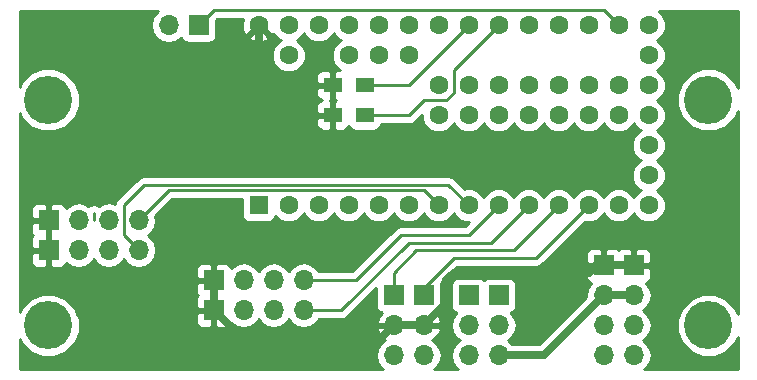
<source format=gtl>
G04 #@! TF.FileFunction,Copper,L1,Top,Signal*
%FSLAX46Y46*%
G04 Gerber Fmt 4.6, Leading zero omitted, Abs format (unit mm)*
G04 Created by KiCad (PCBNEW 4.0.6) date Wednesday, September 13, 2017 'PMt' 06:10:32 PM*
%MOMM*%
%LPD*%
G01*
G04 APERTURE LIST*
%ADD10C,0.100000*%
%ADD11C,4.064000*%
%ADD12R,1.700000X1.700000*%
%ADD13O,1.700000X1.700000*%
%ADD14R,1.500000X1.300000*%
%ADD15C,1.600000*%
%ADD16R,1.600000X1.600000*%
%ADD17C,0.250000*%
%ADD18C,0.700000*%
%ADD19C,0.254000*%
G04 APERTURE END LIST*
D10*
D11*
X53300000Y-53300000D03*
D12*
X53340000Y-63500000D03*
D13*
X55880000Y-63500000D03*
X58420000Y-63500000D03*
X60960000Y-63500000D03*
D12*
X53340000Y-66040000D03*
D13*
X55880000Y-66040000D03*
X58420000Y-66040000D03*
X60960000Y-66040000D03*
D12*
X67310000Y-68580000D03*
D13*
X69850000Y-68580000D03*
X72390000Y-68580000D03*
X74930000Y-68580000D03*
D12*
X67310000Y-71120000D03*
D13*
X69850000Y-71120000D03*
X72390000Y-71120000D03*
X74930000Y-71120000D03*
D12*
X102870000Y-67310000D03*
D13*
X102870000Y-69850000D03*
X102870000Y-72390000D03*
X102870000Y-74930000D03*
D12*
X100330000Y-67310000D03*
D13*
X100330000Y-69850000D03*
X100330000Y-72390000D03*
X100330000Y-74930000D03*
D12*
X66040000Y-46990000D03*
D13*
X63500000Y-46990000D03*
D12*
X88900000Y-69850000D03*
D13*
X88900000Y-72390000D03*
X88900000Y-74930000D03*
D12*
X91440000Y-69850000D03*
D13*
X91440000Y-72390000D03*
X91440000Y-74930000D03*
D14*
X77390000Y-52070000D03*
X80090000Y-52070000D03*
X77390000Y-54610000D03*
X80090000Y-54610000D03*
D15*
X104140000Y-54610000D03*
X104140000Y-52070000D03*
X104140000Y-49530000D03*
X104140000Y-46990000D03*
X104140000Y-57150000D03*
X104140000Y-59690000D03*
X104140000Y-62230000D03*
X101600000Y-46990000D03*
X99060000Y-46990000D03*
X96520000Y-46990000D03*
X93980000Y-46990000D03*
X91440000Y-46990000D03*
X88900000Y-46990000D03*
X86360000Y-46990000D03*
X83820000Y-46990000D03*
X81280000Y-46990000D03*
X78740000Y-46990000D03*
X76200000Y-46990000D03*
X73660000Y-46990000D03*
X71120000Y-46990000D03*
X73660000Y-49530000D03*
X78740000Y-49530000D03*
X81280000Y-49530000D03*
X83820000Y-49530000D03*
X101600000Y-62230000D03*
X99060000Y-62230000D03*
X96520000Y-62230000D03*
X93980000Y-62230000D03*
X91440000Y-62230000D03*
X88900000Y-62230000D03*
X86360000Y-62230000D03*
X83820000Y-62230000D03*
X81280000Y-62230000D03*
X78740000Y-62230000D03*
X76200000Y-62230000D03*
X73660000Y-62230000D03*
D16*
X71120000Y-62230000D03*
D15*
X86360000Y-54610000D03*
X88900000Y-54610000D03*
X91440000Y-54610000D03*
X93980000Y-54610000D03*
X96520000Y-54610000D03*
X99060000Y-54610000D03*
X101600000Y-54610000D03*
X101600000Y-52070000D03*
X99060000Y-52070000D03*
X96520000Y-52070000D03*
X93980000Y-52070000D03*
X91440000Y-52070000D03*
X88900000Y-52070000D03*
X86360000Y-52070000D03*
D11*
X109200000Y-53300000D03*
X53300000Y-72400000D03*
X109200000Y-72400000D03*
D12*
X82550000Y-69850000D03*
D13*
X82550000Y-72390000D03*
X82550000Y-74930000D03*
D12*
X85090000Y-69850000D03*
D13*
X85090000Y-72390000D03*
X85090000Y-74930000D03*
D17*
X57150000Y-63500000D02*
X57150000Y-62865000D01*
D18*
X100330000Y-67310000D02*
X99695000Y-67310000D01*
X99695000Y-67310000D02*
X99060000Y-67945000D01*
X86995000Y-70485000D02*
X85090000Y-72390000D01*
X86995000Y-68580000D02*
X86995000Y-70485000D01*
X87630000Y-67945000D02*
X86995000Y-68580000D01*
X99060000Y-67945000D02*
X87630000Y-67945000D01*
X85090000Y-72390000D02*
X82550000Y-72390000D01*
X82550000Y-72390000D02*
X81280000Y-73660000D01*
X69850000Y-73660000D02*
X67310000Y-71120000D01*
X81280000Y-73660000D02*
X69850000Y-73660000D01*
X67310000Y-71120000D02*
X67310000Y-68580000D01*
X71120000Y-49530000D02*
X71120000Y-46990000D01*
D17*
X77390000Y-52070000D02*
X77390000Y-54610000D01*
X77390000Y-52070000D02*
X73660000Y-52070000D01*
X73660000Y-52070000D02*
X71120000Y-49530000D01*
D18*
X100330000Y-67310000D02*
X102870000Y-67310000D01*
X91440000Y-74930000D02*
X95250000Y-74930000D01*
X95250000Y-74930000D02*
X100330000Y-69850000D01*
X100330000Y-69850000D02*
X102870000Y-69850000D01*
D17*
X80090000Y-52070000D02*
X83820000Y-52070000D01*
X83820000Y-52070000D02*
X88900000Y-46990000D01*
X80090000Y-54610000D02*
X83820000Y-54610000D01*
X87630000Y-50800000D02*
X91440000Y-46990000D01*
X87630000Y-52705000D02*
X87630000Y-50800000D01*
X86995000Y-53340000D02*
X87630000Y-52705000D01*
X85090000Y-53340000D02*
X86995000Y-53340000D01*
X83820000Y-54610000D02*
X85090000Y-53340000D01*
X66040000Y-46990000D02*
X67310000Y-45720000D01*
X100330000Y-45720000D02*
X101600000Y-46990000D01*
X67310000Y-45720000D02*
X100330000Y-45720000D01*
X60960000Y-63500000D02*
X63500000Y-60960000D01*
X85090000Y-60960000D02*
X86360000Y-62230000D01*
X63500000Y-60960000D02*
X85090000Y-60960000D01*
X60960000Y-66040000D02*
X59690000Y-64770000D01*
X87179998Y-60509998D02*
X88900000Y-62230000D01*
X61410002Y-60509998D02*
X87179998Y-60509998D01*
X59690000Y-62230000D02*
X61410002Y-60509998D01*
X59690000Y-64770000D02*
X59690000Y-62230000D01*
X74930000Y-68580000D02*
X79375000Y-68580000D01*
X88900000Y-64770000D02*
X91440000Y-62230000D01*
X83185000Y-64770000D02*
X88900000Y-64770000D01*
X79375000Y-68580000D02*
X83185000Y-64770000D01*
X93980000Y-62230000D02*
X90805000Y-65405000D01*
X78105000Y-71120000D02*
X83820000Y-65405000D01*
X83820000Y-65405000D02*
X90805000Y-65405000D01*
X78105000Y-71120000D02*
X74930000Y-71120000D01*
X82550000Y-69850000D02*
X82550000Y-67945000D01*
X92710000Y-66040000D02*
X96520000Y-62230000D01*
X84455000Y-66040000D02*
X92710000Y-66040000D01*
X82550000Y-67945000D02*
X84455000Y-66040000D01*
X85090000Y-69850000D02*
X85090000Y-69215000D01*
X85090000Y-69215000D02*
X87630000Y-66675000D01*
X87630000Y-66675000D02*
X94615000Y-66675000D01*
X94615000Y-66675000D02*
X99060000Y-62230000D01*
D19*
G36*
X62449946Y-45910853D02*
X62128039Y-46392622D01*
X62015000Y-46960907D01*
X62015000Y-47019093D01*
X62128039Y-47587378D01*
X62449946Y-48069147D01*
X62931715Y-48391054D01*
X63500000Y-48504093D01*
X64068285Y-48391054D01*
X64550054Y-48069147D01*
X64577850Y-48027548D01*
X64586838Y-48075317D01*
X64725910Y-48291441D01*
X64938110Y-48436431D01*
X65190000Y-48487440D01*
X66890000Y-48487440D01*
X67125317Y-48443162D01*
X67341441Y-48304090D01*
X67486431Y-48091890D01*
X67505495Y-47997745D01*
X70291861Y-47997745D01*
X70365995Y-48243864D01*
X70903223Y-48436965D01*
X71473454Y-48409778D01*
X71874005Y-48243864D01*
X71948139Y-47997745D01*
X71120000Y-47169605D01*
X70291861Y-47997745D01*
X67505495Y-47997745D01*
X67537440Y-47840000D01*
X67537440Y-46567362D01*
X67624802Y-46480000D01*
X69778431Y-46480000D01*
X69673035Y-46773223D01*
X69700222Y-47343454D01*
X69866136Y-47744005D01*
X70112255Y-47818139D01*
X70940395Y-46990000D01*
X70926252Y-46975858D01*
X71105858Y-46796253D01*
X71120000Y-46810395D01*
X71134143Y-46796253D01*
X71313748Y-46975858D01*
X71299605Y-46990000D01*
X72127745Y-47818139D01*
X72373864Y-47744005D01*
X72394805Y-47685746D01*
X72442757Y-47801800D01*
X72846077Y-48205824D01*
X72976215Y-48259862D01*
X72848200Y-48312757D01*
X72444176Y-48716077D01*
X72225250Y-49243309D01*
X72224752Y-49814187D01*
X72442757Y-50341800D01*
X72846077Y-50745824D01*
X73373309Y-50964750D01*
X73944187Y-50965248D01*
X74471800Y-50747243D01*
X74875824Y-50343923D01*
X75094750Y-49816691D01*
X75095248Y-49245813D01*
X74877243Y-48718200D01*
X74473923Y-48314176D01*
X74343785Y-48260138D01*
X74471800Y-48207243D01*
X74875824Y-47803923D01*
X74929862Y-47673785D01*
X74982757Y-47801800D01*
X75386077Y-48205824D01*
X75913309Y-48424750D01*
X76484187Y-48425248D01*
X77011800Y-48207243D01*
X77415824Y-47803923D01*
X77469862Y-47673785D01*
X77522757Y-47801800D01*
X77926077Y-48205824D01*
X78056215Y-48259862D01*
X77928200Y-48312757D01*
X77524176Y-48716077D01*
X77305250Y-49243309D01*
X77304752Y-49814187D01*
X77522757Y-50341800D01*
X77926077Y-50745824D01*
X78020423Y-50785000D01*
X77675750Y-50785000D01*
X77517000Y-50943750D01*
X77517000Y-51943000D01*
X77537000Y-51943000D01*
X77537000Y-52197000D01*
X77517000Y-52197000D01*
X77517000Y-53196250D01*
X77660750Y-53340000D01*
X77517000Y-53483750D01*
X77517000Y-54483000D01*
X77537000Y-54483000D01*
X77537000Y-54737000D01*
X77517000Y-54737000D01*
X77517000Y-55736250D01*
X77675750Y-55895000D01*
X78266309Y-55895000D01*
X78499698Y-55798327D01*
X78678327Y-55619699D01*
X78734654Y-55483713D01*
X78736838Y-55495317D01*
X78875910Y-55711441D01*
X79088110Y-55856431D01*
X79340000Y-55907440D01*
X80840000Y-55907440D01*
X81075317Y-55863162D01*
X81291441Y-55724090D01*
X81436431Y-55511890D01*
X81465164Y-55370000D01*
X83820000Y-55370000D01*
X84110839Y-55312148D01*
X84357401Y-55147401D01*
X84925026Y-54579776D01*
X84924752Y-54894187D01*
X85142757Y-55421800D01*
X85546077Y-55825824D01*
X86073309Y-56044750D01*
X86644187Y-56045248D01*
X87171800Y-55827243D01*
X87575824Y-55423923D01*
X87629862Y-55293785D01*
X87682757Y-55421800D01*
X88086077Y-55825824D01*
X88613309Y-56044750D01*
X89184187Y-56045248D01*
X89711800Y-55827243D01*
X90115824Y-55423923D01*
X90169862Y-55293785D01*
X90222757Y-55421800D01*
X90626077Y-55825824D01*
X91153309Y-56044750D01*
X91724187Y-56045248D01*
X92251800Y-55827243D01*
X92655824Y-55423923D01*
X92709862Y-55293785D01*
X92762757Y-55421800D01*
X93166077Y-55825824D01*
X93693309Y-56044750D01*
X94264187Y-56045248D01*
X94791800Y-55827243D01*
X95195824Y-55423923D01*
X95249862Y-55293785D01*
X95302757Y-55421800D01*
X95706077Y-55825824D01*
X96233309Y-56044750D01*
X96804187Y-56045248D01*
X97331800Y-55827243D01*
X97735824Y-55423923D01*
X97789862Y-55293785D01*
X97842757Y-55421800D01*
X98246077Y-55825824D01*
X98773309Y-56044750D01*
X99344187Y-56045248D01*
X99871800Y-55827243D01*
X100275824Y-55423923D01*
X100329862Y-55293785D01*
X100382757Y-55421800D01*
X100786077Y-55825824D01*
X101313309Y-56044750D01*
X101884187Y-56045248D01*
X102411800Y-55827243D01*
X102815824Y-55423923D01*
X102869862Y-55293785D01*
X102922757Y-55421800D01*
X103326077Y-55825824D01*
X103456215Y-55879862D01*
X103328200Y-55932757D01*
X102924176Y-56336077D01*
X102705250Y-56863309D01*
X102704752Y-57434187D01*
X102922757Y-57961800D01*
X103326077Y-58365824D01*
X103456215Y-58419862D01*
X103328200Y-58472757D01*
X102924176Y-58876077D01*
X102705250Y-59403309D01*
X102704752Y-59974187D01*
X102922757Y-60501800D01*
X103326077Y-60905824D01*
X103456215Y-60959862D01*
X103328200Y-61012757D01*
X102924176Y-61416077D01*
X102870138Y-61546215D01*
X102817243Y-61418200D01*
X102413923Y-61014176D01*
X101886691Y-60795250D01*
X101315813Y-60794752D01*
X100788200Y-61012757D01*
X100384176Y-61416077D01*
X100330138Y-61546215D01*
X100277243Y-61418200D01*
X99873923Y-61014176D01*
X99346691Y-60795250D01*
X98775813Y-60794752D01*
X98248200Y-61012757D01*
X97844176Y-61416077D01*
X97790138Y-61546215D01*
X97737243Y-61418200D01*
X97333923Y-61014176D01*
X96806691Y-60795250D01*
X96235813Y-60794752D01*
X95708200Y-61012757D01*
X95304176Y-61416077D01*
X95250138Y-61546215D01*
X95197243Y-61418200D01*
X94793923Y-61014176D01*
X94266691Y-60795250D01*
X93695813Y-60794752D01*
X93168200Y-61012757D01*
X92764176Y-61416077D01*
X92710138Y-61546215D01*
X92657243Y-61418200D01*
X92253923Y-61014176D01*
X91726691Y-60795250D01*
X91155813Y-60794752D01*
X90628200Y-61012757D01*
X90224176Y-61416077D01*
X90170138Y-61546215D01*
X90117243Y-61418200D01*
X89713923Y-61014176D01*
X89186691Y-60795250D01*
X88615813Y-60794752D01*
X88561851Y-60817049D01*
X87717399Y-59972597D01*
X87470837Y-59807850D01*
X87179998Y-59749998D01*
X61410002Y-59749998D01*
X61119163Y-59807850D01*
X60872601Y-59972597D01*
X59152599Y-61692599D01*
X58987852Y-61939161D01*
X58957295Y-62092782D01*
X58420000Y-61985907D01*
X57851715Y-62098946D01*
X57598456Y-62268168D01*
X57440839Y-62162852D01*
X57150000Y-62105000D01*
X56859161Y-62162852D01*
X56701544Y-62268168D01*
X56448285Y-62098946D01*
X55880000Y-61985907D01*
X55311715Y-62098946D01*
X54829946Y-62420853D01*
X54800597Y-62464777D01*
X54728327Y-62290302D01*
X54549699Y-62111673D01*
X54316310Y-62015000D01*
X53625750Y-62015000D01*
X53467000Y-62173750D01*
X53467000Y-63373000D01*
X53487000Y-63373000D01*
X53487000Y-63627000D01*
X53467000Y-63627000D01*
X53467000Y-65913000D01*
X53487000Y-65913000D01*
X53487000Y-66167000D01*
X53467000Y-66167000D01*
X53467000Y-67366250D01*
X53625750Y-67525000D01*
X54316310Y-67525000D01*
X54549699Y-67428327D01*
X54728327Y-67249698D01*
X54800597Y-67075223D01*
X54829946Y-67119147D01*
X55311715Y-67441054D01*
X55880000Y-67554093D01*
X56448285Y-67441054D01*
X56930054Y-67119147D01*
X57150000Y-66789974D01*
X57369946Y-67119147D01*
X57851715Y-67441054D01*
X58420000Y-67554093D01*
X58988285Y-67441054D01*
X59470054Y-67119147D01*
X59690000Y-66789974D01*
X59909946Y-67119147D01*
X60391715Y-67441054D01*
X60960000Y-67554093D01*
X61528285Y-67441054D01*
X62010054Y-67119147D01*
X62331961Y-66637378D01*
X62445000Y-66069093D01*
X62445000Y-66010907D01*
X62331961Y-65442622D01*
X62010054Y-64960853D01*
X61724422Y-64770000D01*
X62010054Y-64579147D01*
X62331961Y-64097378D01*
X62445000Y-63529093D01*
X62445000Y-63470907D01*
X62381771Y-63153031D01*
X63814802Y-61720000D01*
X69672560Y-61720000D01*
X69672560Y-63030000D01*
X69716838Y-63265317D01*
X69855910Y-63481441D01*
X70068110Y-63626431D01*
X70320000Y-63677440D01*
X71920000Y-63677440D01*
X72155317Y-63633162D01*
X72371441Y-63494090D01*
X72516431Y-63281890D01*
X72544426Y-63143646D01*
X72846077Y-63445824D01*
X73373309Y-63664750D01*
X73944187Y-63665248D01*
X74471800Y-63447243D01*
X74875824Y-63043923D01*
X74929862Y-62913785D01*
X74982757Y-63041800D01*
X75386077Y-63445824D01*
X75913309Y-63664750D01*
X76484187Y-63665248D01*
X77011800Y-63447243D01*
X77415824Y-63043923D01*
X77469862Y-62913785D01*
X77522757Y-63041800D01*
X77926077Y-63445824D01*
X78453309Y-63664750D01*
X79024187Y-63665248D01*
X79551800Y-63447243D01*
X79955824Y-63043923D01*
X80009862Y-62913785D01*
X80062757Y-63041800D01*
X80466077Y-63445824D01*
X80993309Y-63664750D01*
X81564187Y-63665248D01*
X82091800Y-63447243D01*
X82495824Y-63043923D01*
X82549862Y-62913785D01*
X82602757Y-63041800D01*
X83006077Y-63445824D01*
X83533309Y-63664750D01*
X84104187Y-63665248D01*
X84631800Y-63447243D01*
X85035824Y-63043923D01*
X85089862Y-62913785D01*
X85142757Y-63041800D01*
X85546077Y-63445824D01*
X86073309Y-63664750D01*
X86644187Y-63665248D01*
X87171800Y-63447243D01*
X87575824Y-63043923D01*
X87629862Y-62913785D01*
X87682757Y-63041800D01*
X88086077Y-63445824D01*
X88613309Y-63664750D01*
X88930172Y-63665026D01*
X88585198Y-64010000D01*
X83185000Y-64010000D01*
X82894161Y-64067852D01*
X82647599Y-64232599D01*
X79060198Y-67820000D01*
X76193301Y-67820000D01*
X75980054Y-67500853D01*
X75498285Y-67178946D01*
X74930000Y-67065907D01*
X74361715Y-67178946D01*
X73879946Y-67500853D01*
X73660000Y-67830026D01*
X73440054Y-67500853D01*
X72958285Y-67178946D01*
X72390000Y-67065907D01*
X71821715Y-67178946D01*
X71339946Y-67500853D01*
X71120000Y-67830026D01*
X70900054Y-67500853D01*
X70418285Y-67178946D01*
X69850000Y-67065907D01*
X69281715Y-67178946D01*
X68799946Y-67500853D01*
X68770597Y-67544777D01*
X68698327Y-67370302D01*
X68519699Y-67191673D01*
X68286310Y-67095000D01*
X67595750Y-67095000D01*
X67437000Y-67253750D01*
X67437000Y-68453000D01*
X67457000Y-68453000D01*
X67457000Y-68707000D01*
X67437000Y-68707000D01*
X67437000Y-70993000D01*
X67457000Y-70993000D01*
X67457000Y-71247000D01*
X67437000Y-71247000D01*
X67437000Y-72446250D01*
X67595750Y-72605000D01*
X68286310Y-72605000D01*
X68519699Y-72508327D01*
X68698327Y-72329698D01*
X68770597Y-72155223D01*
X68799946Y-72199147D01*
X69281715Y-72521054D01*
X69850000Y-72634093D01*
X70418285Y-72521054D01*
X70900054Y-72199147D01*
X71120000Y-71869974D01*
X71339946Y-72199147D01*
X71821715Y-72521054D01*
X72390000Y-72634093D01*
X72958285Y-72521054D01*
X73440054Y-72199147D01*
X73660000Y-71869974D01*
X73879946Y-72199147D01*
X74361715Y-72521054D01*
X74930000Y-72634093D01*
X75498285Y-72521054D01*
X75980054Y-72199147D01*
X76193301Y-71880000D01*
X78105000Y-71880000D01*
X78395839Y-71822148D01*
X78642401Y-71657401D01*
X81052560Y-69247242D01*
X81052560Y-70700000D01*
X81096838Y-70935317D01*
X81235910Y-71151441D01*
X81448110Y-71296431D01*
X81556107Y-71318301D01*
X81278355Y-71623076D01*
X81108524Y-72033110D01*
X81229845Y-72263000D01*
X82423000Y-72263000D01*
X82423000Y-72243000D01*
X82677000Y-72243000D01*
X82677000Y-72263000D01*
X84963000Y-72263000D01*
X84963000Y-72243000D01*
X85217000Y-72243000D01*
X85217000Y-72263000D01*
X86410155Y-72263000D01*
X86531476Y-72033110D01*
X86361645Y-71623076D01*
X86085499Y-71320063D01*
X86175317Y-71303162D01*
X86391441Y-71164090D01*
X86536431Y-70951890D01*
X86587440Y-70700000D01*
X86587440Y-69000000D01*
X86554557Y-68825245D01*
X87944802Y-67435000D01*
X94615000Y-67435000D01*
X94905839Y-67377148D01*
X95152401Y-67212401D01*
X96031112Y-66333690D01*
X98845000Y-66333690D01*
X98845000Y-67024250D01*
X99003750Y-67183000D01*
X100203000Y-67183000D01*
X100203000Y-65983750D01*
X100457000Y-65983750D01*
X100457000Y-67183000D01*
X102743000Y-67183000D01*
X102743000Y-65983750D01*
X102997000Y-65983750D01*
X102997000Y-67183000D01*
X104196250Y-67183000D01*
X104355000Y-67024250D01*
X104355000Y-66333690D01*
X104258327Y-66100301D01*
X104079698Y-65921673D01*
X103846309Y-65825000D01*
X103155750Y-65825000D01*
X102997000Y-65983750D01*
X102743000Y-65983750D01*
X102584250Y-65825000D01*
X101893691Y-65825000D01*
X101660302Y-65921673D01*
X101600000Y-65981975D01*
X101539698Y-65921673D01*
X101306309Y-65825000D01*
X100615750Y-65825000D01*
X100457000Y-65983750D01*
X100203000Y-65983750D01*
X100044250Y-65825000D01*
X99353691Y-65825000D01*
X99120302Y-65921673D01*
X98941673Y-66100301D01*
X98845000Y-66333690D01*
X96031112Y-66333690D01*
X98721546Y-63643256D01*
X98773309Y-63664750D01*
X99344187Y-63665248D01*
X99871800Y-63447243D01*
X100275824Y-63043923D01*
X100329862Y-62913785D01*
X100382757Y-63041800D01*
X100786077Y-63445824D01*
X101313309Y-63664750D01*
X101884187Y-63665248D01*
X102411800Y-63447243D01*
X102815824Y-63043923D01*
X102869862Y-62913785D01*
X102922757Y-63041800D01*
X103326077Y-63445824D01*
X103853309Y-63664750D01*
X104424187Y-63665248D01*
X104951800Y-63447243D01*
X105355824Y-63043923D01*
X105574750Y-62516691D01*
X105575248Y-61945813D01*
X105357243Y-61418200D01*
X104953923Y-61014176D01*
X104823785Y-60960138D01*
X104951800Y-60907243D01*
X105355824Y-60503923D01*
X105574750Y-59976691D01*
X105575248Y-59405813D01*
X105357243Y-58878200D01*
X104953923Y-58474176D01*
X104823785Y-58420138D01*
X104951800Y-58367243D01*
X105355824Y-57963923D01*
X105574750Y-57436691D01*
X105575248Y-56865813D01*
X105357243Y-56338200D01*
X104953923Y-55934176D01*
X104823785Y-55880138D01*
X104951800Y-55827243D01*
X105355824Y-55423923D01*
X105574750Y-54896691D01*
X105575248Y-54325813D01*
X105357243Y-53798200D01*
X104953923Y-53394176D01*
X104823785Y-53340138D01*
X104951800Y-53287243D01*
X105355824Y-52883923D01*
X105574750Y-52356691D01*
X105575248Y-51785813D01*
X105357243Y-51258200D01*
X104953923Y-50854176D01*
X104823785Y-50800138D01*
X104951800Y-50747243D01*
X105355824Y-50343923D01*
X105574750Y-49816691D01*
X105575248Y-49245813D01*
X105357243Y-48718200D01*
X104953923Y-48314176D01*
X104823785Y-48260138D01*
X104951800Y-48207243D01*
X105355824Y-47803923D01*
X105574750Y-47276691D01*
X105575248Y-46705813D01*
X105357243Y-46178200D01*
X104974711Y-45795000D01*
X111685000Y-45795000D01*
X111685000Y-52330236D01*
X111462291Y-51791239D01*
X110712707Y-51040345D01*
X109732827Y-50633464D01*
X108671828Y-50632538D01*
X107691239Y-51037709D01*
X106940345Y-51787293D01*
X106533464Y-52767173D01*
X106532538Y-53828172D01*
X106937709Y-54808761D01*
X107687293Y-55559655D01*
X108667173Y-55966536D01*
X109728172Y-55967462D01*
X110708761Y-55562291D01*
X111459655Y-54812707D01*
X111685000Y-54270015D01*
X111685000Y-71430236D01*
X111462291Y-70891239D01*
X110712707Y-70140345D01*
X109732827Y-69733464D01*
X108671828Y-69732538D01*
X107691239Y-70137709D01*
X106940345Y-70887293D01*
X106533464Y-71867173D01*
X106532538Y-72928172D01*
X106937709Y-73908761D01*
X107687293Y-74659655D01*
X108667173Y-75066536D01*
X109728172Y-75067462D01*
X110708761Y-74662291D01*
X111459655Y-73912707D01*
X111685000Y-73370015D01*
X111685000Y-76125000D01*
X103732219Y-76125000D01*
X103949147Y-75980054D01*
X104271054Y-75498285D01*
X104384093Y-74930000D01*
X104271054Y-74361715D01*
X103949147Y-73879946D01*
X103619974Y-73660000D01*
X103949147Y-73440054D01*
X104271054Y-72958285D01*
X104384093Y-72390000D01*
X104271054Y-71821715D01*
X103949147Y-71339946D01*
X103619974Y-71120000D01*
X103949147Y-70900054D01*
X104271054Y-70418285D01*
X104384093Y-69850000D01*
X104271054Y-69281715D01*
X103949147Y-68799946D01*
X103905223Y-68770597D01*
X104079698Y-68698327D01*
X104258327Y-68519699D01*
X104355000Y-68286310D01*
X104355000Y-67595750D01*
X104196250Y-67437000D01*
X102997000Y-67437000D01*
X102997000Y-67457000D01*
X102743000Y-67457000D01*
X102743000Y-67437000D01*
X100457000Y-67437000D01*
X100457000Y-67457000D01*
X100203000Y-67457000D01*
X100203000Y-67437000D01*
X99003750Y-67437000D01*
X98845000Y-67595750D01*
X98845000Y-68286310D01*
X98941673Y-68519699D01*
X99120302Y-68698327D01*
X99294777Y-68770597D01*
X99250853Y-68799946D01*
X98928946Y-69281715D01*
X98815907Y-69850000D01*
X98835998Y-69951002D01*
X94842000Y-73945000D01*
X92562615Y-73945000D01*
X92519147Y-73879946D01*
X92189974Y-73660000D01*
X92519147Y-73440054D01*
X92841054Y-72958285D01*
X92954093Y-72390000D01*
X92841054Y-71821715D01*
X92519147Y-71339946D01*
X92477548Y-71312150D01*
X92525317Y-71303162D01*
X92741441Y-71164090D01*
X92886431Y-70951890D01*
X92937440Y-70700000D01*
X92937440Y-69000000D01*
X92893162Y-68764683D01*
X92754090Y-68548559D01*
X92541890Y-68403569D01*
X92290000Y-68352560D01*
X90590000Y-68352560D01*
X90354683Y-68396838D01*
X90167923Y-68517015D01*
X90001890Y-68403569D01*
X89750000Y-68352560D01*
X88050000Y-68352560D01*
X87814683Y-68396838D01*
X87598559Y-68535910D01*
X87453569Y-68748110D01*
X87402560Y-69000000D01*
X87402560Y-70700000D01*
X87446838Y-70935317D01*
X87585910Y-71151441D01*
X87798110Y-71296431D01*
X87865541Y-71310086D01*
X87820853Y-71339946D01*
X87498946Y-71821715D01*
X87385907Y-72390000D01*
X87498946Y-72958285D01*
X87820853Y-73440054D01*
X88150026Y-73660000D01*
X87820853Y-73879946D01*
X87498946Y-74361715D01*
X87385907Y-74930000D01*
X87498946Y-75498285D01*
X87820853Y-75980054D01*
X88037781Y-76125000D01*
X85952219Y-76125000D01*
X86169147Y-75980054D01*
X86491054Y-75498285D01*
X86604093Y-74930000D01*
X86491054Y-74361715D01*
X86169147Y-73879946D01*
X85828447Y-73652298D01*
X85971358Y-73585183D01*
X86361645Y-73156924D01*
X86531476Y-72746890D01*
X86410155Y-72517000D01*
X85217000Y-72517000D01*
X85217000Y-72537000D01*
X84963000Y-72537000D01*
X84963000Y-72517000D01*
X82677000Y-72517000D01*
X82677000Y-72537000D01*
X82423000Y-72537000D01*
X82423000Y-72517000D01*
X81229845Y-72517000D01*
X81108524Y-72746890D01*
X81278355Y-73156924D01*
X81668642Y-73585183D01*
X81811553Y-73652298D01*
X81470853Y-73879946D01*
X81148946Y-74361715D01*
X81035907Y-74930000D01*
X81148946Y-75498285D01*
X81470853Y-75980054D01*
X81687781Y-76125000D01*
X50875000Y-76125000D01*
X50875000Y-73514975D01*
X51037709Y-73908761D01*
X51787293Y-74659655D01*
X52767173Y-75066536D01*
X53828172Y-75067462D01*
X54808761Y-74662291D01*
X55559655Y-73912707D01*
X55966536Y-72932827D01*
X55967462Y-71871828D01*
X55774883Y-71405750D01*
X65825000Y-71405750D01*
X65825000Y-72096309D01*
X65921673Y-72329698D01*
X66100301Y-72508327D01*
X66333690Y-72605000D01*
X67024250Y-72605000D01*
X67183000Y-72446250D01*
X67183000Y-71247000D01*
X65983750Y-71247000D01*
X65825000Y-71405750D01*
X55774883Y-71405750D01*
X55562291Y-70891239D01*
X54812707Y-70140345D01*
X53832827Y-69733464D01*
X52771828Y-69732538D01*
X51791239Y-70137709D01*
X51040345Y-70887293D01*
X50875000Y-71285489D01*
X50875000Y-68865750D01*
X65825000Y-68865750D01*
X65825000Y-69556309D01*
X65921673Y-69789698D01*
X65981975Y-69850000D01*
X65921673Y-69910302D01*
X65825000Y-70143691D01*
X65825000Y-70834250D01*
X65983750Y-70993000D01*
X67183000Y-70993000D01*
X67183000Y-68707000D01*
X65983750Y-68707000D01*
X65825000Y-68865750D01*
X50875000Y-68865750D01*
X50875000Y-67603691D01*
X65825000Y-67603691D01*
X65825000Y-68294250D01*
X65983750Y-68453000D01*
X67183000Y-68453000D01*
X67183000Y-67253750D01*
X67024250Y-67095000D01*
X66333690Y-67095000D01*
X66100301Y-67191673D01*
X65921673Y-67370302D01*
X65825000Y-67603691D01*
X50875000Y-67603691D01*
X50875000Y-66325750D01*
X51855000Y-66325750D01*
X51855000Y-67016309D01*
X51951673Y-67249698D01*
X52130301Y-67428327D01*
X52363690Y-67525000D01*
X53054250Y-67525000D01*
X53213000Y-67366250D01*
X53213000Y-66167000D01*
X52013750Y-66167000D01*
X51855000Y-66325750D01*
X50875000Y-66325750D01*
X50875000Y-63785750D01*
X51855000Y-63785750D01*
X51855000Y-64476309D01*
X51951673Y-64709698D01*
X52011975Y-64770000D01*
X51951673Y-64830302D01*
X51855000Y-65063691D01*
X51855000Y-65754250D01*
X52013750Y-65913000D01*
X53213000Y-65913000D01*
X53213000Y-63627000D01*
X52013750Y-63627000D01*
X51855000Y-63785750D01*
X50875000Y-63785750D01*
X50875000Y-62523691D01*
X51855000Y-62523691D01*
X51855000Y-63214250D01*
X52013750Y-63373000D01*
X53213000Y-63373000D01*
X53213000Y-62173750D01*
X53054250Y-62015000D01*
X52363690Y-62015000D01*
X52130301Y-62111673D01*
X51951673Y-62290302D01*
X51855000Y-62523691D01*
X50875000Y-62523691D01*
X50875000Y-54414975D01*
X51037709Y-54808761D01*
X51787293Y-55559655D01*
X52767173Y-55966536D01*
X53828172Y-55967462D01*
X54808761Y-55562291D01*
X55476466Y-54895750D01*
X76005000Y-54895750D01*
X76005000Y-55386310D01*
X76101673Y-55619699D01*
X76280302Y-55798327D01*
X76513691Y-55895000D01*
X77104250Y-55895000D01*
X77263000Y-55736250D01*
X77263000Y-54737000D01*
X76163750Y-54737000D01*
X76005000Y-54895750D01*
X55476466Y-54895750D01*
X55559655Y-54812707D01*
X55966536Y-53832827D01*
X55967462Y-52771828D01*
X55795543Y-52355750D01*
X76005000Y-52355750D01*
X76005000Y-52846310D01*
X76101673Y-53079699D01*
X76280302Y-53258327D01*
X76477478Y-53340000D01*
X76280302Y-53421673D01*
X76101673Y-53600301D01*
X76005000Y-53833690D01*
X76005000Y-54324250D01*
X76163750Y-54483000D01*
X77263000Y-54483000D01*
X77263000Y-53483750D01*
X77119250Y-53340000D01*
X77263000Y-53196250D01*
X77263000Y-52197000D01*
X76163750Y-52197000D01*
X76005000Y-52355750D01*
X55795543Y-52355750D01*
X55562291Y-51791239D01*
X55065611Y-51293690D01*
X76005000Y-51293690D01*
X76005000Y-51784250D01*
X76163750Y-51943000D01*
X77263000Y-51943000D01*
X77263000Y-50943750D01*
X77104250Y-50785000D01*
X76513691Y-50785000D01*
X76280302Y-50881673D01*
X76101673Y-51060301D01*
X76005000Y-51293690D01*
X55065611Y-51293690D01*
X54812707Y-51040345D01*
X53832827Y-50633464D01*
X52771828Y-50632538D01*
X51791239Y-51037709D01*
X51040345Y-51787293D01*
X50875000Y-52185489D01*
X50875000Y-45795000D01*
X62623333Y-45795000D01*
X62449946Y-45910853D01*
X62449946Y-45910853D01*
G37*
X62449946Y-45910853D02*
X62128039Y-46392622D01*
X62015000Y-46960907D01*
X62015000Y-47019093D01*
X62128039Y-47587378D01*
X62449946Y-48069147D01*
X62931715Y-48391054D01*
X63500000Y-48504093D01*
X64068285Y-48391054D01*
X64550054Y-48069147D01*
X64577850Y-48027548D01*
X64586838Y-48075317D01*
X64725910Y-48291441D01*
X64938110Y-48436431D01*
X65190000Y-48487440D01*
X66890000Y-48487440D01*
X67125317Y-48443162D01*
X67341441Y-48304090D01*
X67486431Y-48091890D01*
X67505495Y-47997745D01*
X70291861Y-47997745D01*
X70365995Y-48243864D01*
X70903223Y-48436965D01*
X71473454Y-48409778D01*
X71874005Y-48243864D01*
X71948139Y-47997745D01*
X71120000Y-47169605D01*
X70291861Y-47997745D01*
X67505495Y-47997745D01*
X67537440Y-47840000D01*
X67537440Y-46567362D01*
X67624802Y-46480000D01*
X69778431Y-46480000D01*
X69673035Y-46773223D01*
X69700222Y-47343454D01*
X69866136Y-47744005D01*
X70112255Y-47818139D01*
X70940395Y-46990000D01*
X70926252Y-46975858D01*
X71105858Y-46796253D01*
X71120000Y-46810395D01*
X71134143Y-46796253D01*
X71313748Y-46975858D01*
X71299605Y-46990000D01*
X72127745Y-47818139D01*
X72373864Y-47744005D01*
X72394805Y-47685746D01*
X72442757Y-47801800D01*
X72846077Y-48205824D01*
X72976215Y-48259862D01*
X72848200Y-48312757D01*
X72444176Y-48716077D01*
X72225250Y-49243309D01*
X72224752Y-49814187D01*
X72442757Y-50341800D01*
X72846077Y-50745824D01*
X73373309Y-50964750D01*
X73944187Y-50965248D01*
X74471800Y-50747243D01*
X74875824Y-50343923D01*
X75094750Y-49816691D01*
X75095248Y-49245813D01*
X74877243Y-48718200D01*
X74473923Y-48314176D01*
X74343785Y-48260138D01*
X74471800Y-48207243D01*
X74875824Y-47803923D01*
X74929862Y-47673785D01*
X74982757Y-47801800D01*
X75386077Y-48205824D01*
X75913309Y-48424750D01*
X76484187Y-48425248D01*
X77011800Y-48207243D01*
X77415824Y-47803923D01*
X77469862Y-47673785D01*
X77522757Y-47801800D01*
X77926077Y-48205824D01*
X78056215Y-48259862D01*
X77928200Y-48312757D01*
X77524176Y-48716077D01*
X77305250Y-49243309D01*
X77304752Y-49814187D01*
X77522757Y-50341800D01*
X77926077Y-50745824D01*
X78020423Y-50785000D01*
X77675750Y-50785000D01*
X77517000Y-50943750D01*
X77517000Y-51943000D01*
X77537000Y-51943000D01*
X77537000Y-52197000D01*
X77517000Y-52197000D01*
X77517000Y-53196250D01*
X77660750Y-53340000D01*
X77517000Y-53483750D01*
X77517000Y-54483000D01*
X77537000Y-54483000D01*
X77537000Y-54737000D01*
X77517000Y-54737000D01*
X77517000Y-55736250D01*
X77675750Y-55895000D01*
X78266309Y-55895000D01*
X78499698Y-55798327D01*
X78678327Y-55619699D01*
X78734654Y-55483713D01*
X78736838Y-55495317D01*
X78875910Y-55711441D01*
X79088110Y-55856431D01*
X79340000Y-55907440D01*
X80840000Y-55907440D01*
X81075317Y-55863162D01*
X81291441Y-55724090D01*
X81436431Y-55511890D01*
X81465164Y-55370000D01*
X83820000Y-55370000D01*
X84110839Y-55312148D01*
X84357401Y-55147401D01*
X84925026Y-54579776D01*
X84924752Y-54894187D01*
X85142757Y-55421800D01*
X85546077Y-55825824D01*
X86073309Y-56044750D01*
X86644187Y-56045248D01*
X87171800Y-55827243D01*
X87575824Y-55423923D01*
X87629862Y-55293785D01*
X87682757Y-55421800D01*
X88086077Y-55825824D01*
X88613309Y-56044750D01*
X89184187Y-56045248D01*
X89711800Y-55827243D01*
X90115824Y-55423923D01*
X90169862Y-55293785D01*
X90222757Y-55421800D01*
X90626077Y-55825824D01*
X91153309Y-56044750D01*
X91724187Y-56045248D01*
X92251800Y-55827243D01*
X92655824Y-55423923D01*
X92709862Y-55293785D01*
X92762757Y-55421800D01*
X93166077Y-55825824D01*
X93693309Y-56044750D01*
X94264187Y-56045248D01*
X94791800Y-55827243D01*
X95195824Y-55423923D01*
X95249862Y-55293785D01*
X95302757Y-55421800D01*
X95706077Y-55825824D01*
X96233309Y-56044750D01*
X96804187Y-56045248D01*
X97331800Y-55827243D01*
X97735824Y-55423923D01*
X97789862Y-55293785D01*
X97842757Y-55421800D01*
X98246077Y-55825824D01*
X98773309Y-56044750D01*
X99344187Y-56045248D01*
X99871800Y-55827243D01*
X100275824Y-55423923D01*
X100329862Y-55293785D01*
X100382757Y-55421800D01*
X100786077Y-55825824D01*
X101313309Y-56044750D01*
X101884187Y-56045248D01*
X102411800Y-55827243D01*
X102815824Y-55423923D01*
X102869862Y-55293785D01*
X102922757Y-55421800D01*
X103326077Y-55825824D01*
X103456215Y-55879862D01*
X103328200Y-55932757D01*
X102924176Y-56336077D01*
X102705250Y-56863309D01*
X102704752Y-57434187D01*
X102922757Y-57961800D01*
X103326077Y-58365824D01*
X103456215Y-58419862D01*
X103328200Y-58472757D01*
X102924176Y-58876077D01*
X102705250Y-59403309D01*
X102704752Y-59974187D01*
X102922757Y-60501800D01*
X103326077Y-60905824D01*
X103456215Y-60959862D01*
X103328200Y-61012757D01*
X102924176Y-61416077D01*
X102870138Y-61546215D01*
X102817243Y-61418200D01*
X102413923Y-61014176D01*
X101886691Y-60795250D01*
X101315813Y-60794752D01*
X100788200Y-61012757D01*
X100384176Y-61416077D01*
X100330138Y-61546215D01*
X100277243Y-61418200D01*
X99873923Y-61014176D01*
X99346691Y-60795250D01*
X98775813Y-60794752D01*
X98248200Y-61012757D01*
X97844176Y-61416077D01*
X97790138Y-61546215D01*
X97737243Y-61418200D01*
X97333923Y-61014176D01*
X96806691Y-60795250D01*
X96235813Y-60794752D01*
X95708200Y-61012757D01*
X95304176Y-61416077D01*
X95250138Y-61546215D01*
X95197243Y-61418200D01*
X94793923Y-61014176D01*
X94266691Y-60795250D01*
X93695813Y-60794752D01*
X93168200Y-61012757D01*
X92764176Y-61416077D01*
X92710138Y-61546215D01*
X92657243Y-61418200D01*
X92253923Y-61014176D01*
X91726691Y-60795250D01*
X91155813Y-60794752D01*
X90628200Y-61012757D01*
X90224176Y-61416077D01*
X90170138Y-61546215D01*
X90117243Y-61418200D01*
X89713923Y-61014176D01*
X89186691Y-60795250D01*
X88615813Y-60794752D01*
X88561851Y-60817049D01*
X87717399Y-59972597D01*
X87470837Y-59807850D01*
X87179998Y-59749998D01*
X61410002Y-59749998D01*
X61119163Y-59807850D01*
X60872601Y-59972597D01*
X59152599Y-61692599D01*
X58987852Y-61939161D01*
X58957295Y-62092782D01*
X58420000Y-61985907D01*
X57851715Y-62098946D01*
X57598456Y-62268168D01*
X57440839Y-62162852D01*
X57150000Y-62105000D01*
X56859161Y-62162852D01*
X56701544Y-62268168D01*
X56448285Y-62098946D01*
X55880000Y-61985907D01*
X55311715Y-62098946D01*
X54829946Y-62420853D01*
X54800597Y-62464777D01*
X54728327Y-62290302D01*
X54549699Y-62111673D01*
X54316310Y-62015000D01*
X53625750Y-62015000D01*
X53467000Y-62173750D01*
X53467000Y-63373000D01*
X53487000Y-63373000D01*
X53487000Y-63627000D01*
X53467000Y-63627000D01*
X53467000Y-65913000D01*
X53487000Y-65913000D01*
X53487000Y-66167000D01*
X53467000Y-66167000D01*
X53467000Y-67366250D01*
X53625750Y-67525000D01*
X54316310Y-67525000D01*
X54549699Y-67428327D01*
X54728327Y-67249698D01*
X54800597Y-67075223D01*
X54829946Y-67119147D01*
X55311715Y-67441054D01*
X55880000Y-67554093D01*
X56448285Y-67441054D01*
X56930054Y-67119147D01*
X57150000Y-66789974D01*
X57369946Y-67119147D01*
X57851715Y-67441054D01*
X58420000Y-67554093D01*
X58988285Y-67441054D01*
X59470054Y-67119147D01*
X59690000Y-66789974D01*
X59909946Y-67119147D01*
X60391715Y-67441054D01*
X60960000Y-67554093D01*
X61528285Y-67441054D01*
X62010054Y-67119147D01*
X62331961Y-66637378D01*
X62445000Y-66069093D01*
X62445000Y-66010907D01*
X62331961Y-65442622D01*
X62010054Y-64960853D01*
X61724422Y-64770000D01*
X62010054Y-64579147D01*
X62331961Y-64097378D01*
X62445000Y-63529093D01*
X62445000Y-63470907D01*
X62381771Y-63153031D01*
X63814802Y-61720000D01*
X69672560Y-61720000D01*
X69672560Y-63030000D01*
X69716838Y-63265317D01*
X69855910Y-63481441D01*
X70068110Y-63626431D01*
X70320000Y-63677440D01*
X71920000Y-63677440D01*
X72155317Y-63633162D01*
X72371441Y-63494090D01*
X72516431Y-63281890D01*
X72544426Y-63143646D01*
X72846077Y-63445824D01*
X73373309Y-63664750D01*
X73944187Y-63665248D01*
X74471800Y-63447243D01*
X74875824Y-63043923D01*
X74929862Y-62913785D01*
X74982757Y-63041800D01*
X75386077Y-63445824D01*
X75913309Y-63664750D01*
X76484187Y-63665248D01*
X77011800Y-63447243D01*
X77415824Y-63043923D01*
X77469862Y-62913785D01*
X77522757Y-63041800D01*
X77926077Y-63445824D01*
X78453309Y-63664750D01*
X79024187Y-63665248D01*
X79551800Y-63447243D01*
X79955824Y-63043923D01*
X80009862Y-62913785D01*
X80062757Y-63041800D01*
X80466077Y-63445824D01*
X80993309Y-63664750D01*
X81564187Y-63665248D01*
X82091800Y-63447243D01*
X82495824Y-63043923D01*
X82549862Y-62913785D01*
X82602757Y-63041800D01*
X83006077Y-63445824D01*
X83533309Y-63664750D01*
X84104187Y-63665248D01*
X84631800Y-63447243D01*
X85035824Y-63043923D01*
X85089862Y-62913785D01*
X85142757Y-63041800D01*
X85546077Y-63445824D01*
X86073309Y-63664750D01*
X86644187Y-63665248D01*
X87171800Y-63447243D01*
X87575824Y-63043923D01*
X87629862Y-62913785D01*
X87682757Y-63041800D01*
X88086077Y-63445824D01*
X88613309Y-63664750D01*
X88930172Y-63665026D01*
X88585198Y-64010000D01*
X83185000Y-64010000D01*
X82894161Y-64067852D01*
X82647599Y-64232599D01*
X79060198Y-67820000D01*
X76193301Y-67820000D01*
X75980054Y-67500853D01*
X75498285Y-67178946D01*
X74930000Y-67065907D01*
X74361715Y-67178946D01*
X73879946Y-67500853D01*
X73660000Y-67830026D01*
X73440054Y-67500853D01*
X72958285Y-67178946D01*
X72390000Y-67065907D01*
X71821715Y-67178946D01*
X71339946Y-67500853D01*
X71120000Y-67830026D01*
X70900054Y-67500853D01*
X70418285Y-67178946D01*
X69850000Y-67065907D01*
X69281715Y-67178946D01*
X68799946Y-67500853D01*
X68770597Y-67544777D01*
X68698327Y-67370302D01*
X68519699Y-67191673D01*
X68286310Y-67095000D01*
X67595750Y-67095000D01*
X67437000Y-67253750D01*
X67437000Y-68453000D01*
X67457000Y-68453000D01*
X67457000Y-68707000D01*
X67437000Y-68707000D01*
X67437000Y-70993000D01*
X67457000Y-70993000D01*
X67457000Y-71247000D01*
X67437000Y-71247000D01*
X67437000Y-72446250D01*
X67595750Y-72605000D01*
X68286310Y-72605000D01*
X68519699Y-72508327D01*
X68698327Y-72329698D01*
X68770597Y-72155223D01*
X68799946Y-72199147D01*
X69281715Y-72521054D01*
X69850000Y-72634093D01*
X70418285Y-72521054D01*
X70900054Y-72199147D01*
X71120000Y-71869974D01*
X71339946Y-72199147D01*
X71821715Y-72521054D01*
X72390000Y-72634093D01*
X72958285Y-72521054D01*
X73440054Y-72199147D01*
X73660000Y-71869974D01*
X73879946Y-72199147D01*
X74361715Y-72521054D01*
X74930000Y-72634093D01*
X75498285Y-72521054D01*
X75980054Y-72199147D01*
X76193301Y-71880000D01*
X78105000Y-71880000D01*
X78395839Y-71822148D01*
X78642401Y-71657401D01*
X81052560Y-69247242D01*
X81052560Y-70700000D01*
X81096838Y-70935317D01*
X81235910Y-71151441D01*
X81448110Y-71296431D01*
X81556107Y-71318301D01*
X81278355Y-71623076D01*
X81108524Y-72033110D01*
X81229845Y-72263000D01*
X82423000Y-72263000D01*
X82423000Y-72243000D01*
X82677000Y-72243000D01*
X82677000Y-72263000D01*
X84963000Y-72263000D01*
X84963000Y-72243000D01*
X85217000Y-72243000D01*
X85217000Y-72263000D01*
X86410155Y-72263000D01*
X86531476Y-72033110D01*
X86361645Y-71623076D01*
X86085499Y-71320063D01*
X86175317Y-71303162D01*
X86391441Y-71164090D01*
X86536431Y-70951890D01*
X86587440Y-70700000D01*
X86587440Y-69000000D01*
X86554557Y-68825245D01*
X87944802Y-67435000D01*
X94615000Y-67435000D01*
X94905839Y-67377148D01*
X95152401Y-67212401D01*
X96031112Y-66333690D01*
X98845000Y-66333690D01*
X98845000Y-67024250D01*
X99003750Y-67183000D01*
X100203000Y-67183000D01*
X100203000Y-65983750D01*
X100457000Y-65983750D01*
X100457000Y-67183000D01*
X102743000Y-67183000D01*
X102743000Y-65983750D01*
X102997000Y-65983750D01*
X102997000Y-67183000D01*
X104196250Y-67183000D01*
X104355000Y-67024250D01*
X104355000Y-66333690D01*
X104258327Y-66100301D01*
X104079698Y-65921673D01*
X103846309Y-65825000D01*
X103155750Y-65825000D01*
X102997000Y-65983750D01*
X102743000Y-65983750D01*
X102584250Y-65825000D01*
X101893691Y-65825000D01*
X101660302Y-65921673D01*
X101600000Y-65981975D01*
X101539698Y-65921673D01*
X101306309Y-65825000D01*
X100615750Y-65825000D01*
X100457000Y-65983750D01*
X100203000Y-65983750D01*
X100044250Y-65825000D01*
X99353691Y-65825000D01*
X99120302Y-65921673D01*
X98941673Y-66100301D01*
X98845000Y-66333690D01*
X96031112Y-66333690D01*
X98721546Y-63643256D01*
X98773309Y-63664750D01*
X99344187Y-63665248D01*
X99871800Y-63447243D01*
X100275824Y-63043923D01*
X100329862Y-62913785D01*
X100382757Y-63041800D01*
X100786077Y-63445824D01*
X101313309Y-63664750D01*
X101884187Y-63665248D01*
X102411800Y-63447243D01*
X102815824Y-63043923D01*
X102869862Y-62913785D01*
X102922757Y-63041800D01*
X103326077Y-63445824D01*
X103853309Y-63664750D01*
X104424187Y-63665248D01*
X104951800Y-63447243D01*
X105355824Y-63043923D01*
X105574750Y-62516691D01*
X105575248Y-61945813D01*
X105357243Y-61418200D01*
X104953923Y-61014176D01*
X104823785Y-60960138D01*
X104951800Y-60907243D01*
X105355824Y-60503923D01*
X105574750Y-59976691D01*
X105575248Y-59405813D01*
X105357243Y-58878200D01*
X104953923Y-58474176D01*
X104823785Y-58420138D01*
X104951800Y-58367243D01*
X105355824Y-57963923D01*
X105574750Y-57436691D01*
X105575248Y-56865813D01*
X105357243Y-56338200D01*
X104953923Y-55934176D01*
X104823785Y-55880138D01*
X104951800Y-55827243D01*
X105355824Y-55423923D01*
X105574750Y-54896691D01*
X105575248Y-54325813D01*
X105357243Y-53798200D01*
X104953923Y-53394176D01*
X104823785Y-53340138D01*
X104951800Y-53287243D01*
X105355824Y-52883923D01*
X105574750Y-52356691D01*
X105575248Y-51785813D01*
X105357243Y-51258200D01*
X104953923Y-50854176D01*
X104823785Y-50800138D01*
X104951800Y-50747243D01*
X105355824Y-50343923D01*
X105574750Y-49816691D01*
X105575248Y-49245813D01*
X105357243Y-48718200D01*
X104953923Y-48314176D01*
X104823785Y-48260138D01*
X104951800Y-48207243D01*
X105355824Y-47803923D01*
X105574750Y-47276691D01*
X105575248Y-46705813D01*
X105357243Y-46178200D01*
X104974711Y-45795000D01*
X111685000Y-45795000D01*
X111685000Y-52330236D01*
X111462291Y-51791239D01*
X110712707Y-51040345D01*
X109732827Y-50633464D01*
X108671828Y-50632538D01*
X107691239Y-51037709D01*
X106940345Y-51787293D01*
X106533464Y-52767173D01*
X106532538Y-53828172D01*
X106937709Y-54808761D01*
X107687293Y-55559655D01*
X108667173Y-55966536D01*
X109728172Y-55967462D01*
X110708761Y-55562291D01*
X111459655Y-54812707D01*
X111685000Y-54270015D01*
X111685000Y-71430236D01*
X111462291Y-70891239D01*
X110712707Y-70140345D01*
X109732827Y-69733464D01*
X108671828Y-69732538D01*
X107691239Y-70137709D01*
X106940345Y-70887293D01*
X106533464Y-71867173D01*
X106532538Y-72928172D01*
X106937709Y-73908761D01*
X107687293Y-74659655D01*
X108667173Y-75066536D01*
X109728172Y-75067462D01*
X110708761Y-74662291D01*
X111459655Y-73912707D01*
X111685000Y-73370015D01*
X111685000Y-76125000D01*
X103732219Y-76125000D01*
X103949147Y-75980054D01*
X104271054Y-75498285D01*
X104384093Y-74930000D01*
X104271054Y-74361715D01*
X103949147Y-73879946D01*
X103619974Y-73660000D01*
X103949147Y-73440054D01*
X104271054Y-72958285D01*
X104384093Y-72390000D01*
X104271054Y-71821715D01*
X103949147Y-71339946D01*
X103619974Y-71120000D01*
X103949147Y-70900054D01*
X104271054Y-70418285D01*
X104384093Y-69850000D01*
X104271054Y-69281715D01*
X103949147Y-68799946D01*
X103905223Y-68770597D01*
X104079698Y-68698327D01*
X104258327Y-68519699D01*
X104355000Y-68286310D01*
X104355000Y-67595750D01*
X104196250Y-67437000D01*
X102997000Y-67437000D01*
X102997000Y-67457000D01*
X102743000Y-67457000D01*
X102743000Y-67437000D01*
X100457000Y-67437000D01*
X100457000Y-67457000D01*
X100203000Y-67457000D01*
X100203000Y-67437000D01*
X99003750Y-67437000D01*
X98845000Y-67595750D01*
X98845000Y-68286310D01*
X98941673Y-68519699D01*
X99120302Y-68698327D01*
X99294777Y-68770597D01*
X99250853Y-68799946D01*
X98928946Y-69281715D01*
X98815907Y-69850000D01*
X98835998Y-69951002D01*
X94842000Y-73945000D01*
X92562615Y-73945000D01*
X92519147Y-73879946D01*
X92189974Y-73660000D01*
X92519147Y-73440054D01*
X92841054Y-72958285D01*
X92954093Y-72390000D01*
X92841054Y-71821715D01*
X92519147Y-71339946D01*
X92477548Y-71312150D01*
X92525317Y-71303162D01*
X92741441Y-71164090D01*
X92886431Y-70951890D01*
X92937440Y-70700000D01*
X92937440Y-69000000D01*
X92893162Y-68764683D01*
X92754090Y-68548559D01*
X92541890Y-68403569D01*
X92290000Y-68352560D01*
X90590000Y-68352560D01*
X90354683Y-68396838D01*
X90167923Y-68517015D01*
X90001890Y-68403569D01*
X89750000Y-68352560D01*
X88050000Y-68352560D01*
X87814683Y-68396838D01*
X87598559Y-68535910D01*
X87453569Y-68748110D01*
X87402560Y-69000000D01*
X87402560Y-70700000D01*
X87446838Y-70935317D01*
X87585910Y-71151441D01*
X87798110Y-71296431D01*
X87865541Y-71310086D01*
X87820853Y-71339946D01*
X87498946Y-71821715D01*
X87385907Y-72390000D01*
X87498946Y-72958285D01*
X87820853Y-73440054D01*
X88150026Y-73660000D01*
X87820853Y-73879946D01*
X87498946Y-74361715D01*
X87385907Y-74930000D01*
X87498946Y-75498285D01*
X87820853Y-75980054D01*
X88037781Y-76125000D01*
X85952219Y-76125000D01*
X86169147Y-75980054D01*
X86491054Y-75498285D01*
X86604093Y-74930000D01*
X86491054Y-74361715D01*
X86169147Y-73879946D01*
X85828447Y-73652298D01*
X85971358Y-73585183D01*
X86361645Y-73156924D01*
X86531476Y-72746890D01*
X86410155Y-72517000D01*
X85217000Y-72517000D01*
X85217000Y-72537000D01*
X84963000Y-72537000D01*
X84963000Y-72517000D01*
X82677000Y-72517000D01*
X82677000Y-72537000D01*
X82423000Y-72537000D01*
X82423000Y-72517000D01*
X81229845Y-72517000D01*
X81108524Y-72746890D01*
X81278355Y-73156924D01*
X81668642Y-73585183D01*
X81811553Y-73652298D01*
X81470853Y-73879946D01*
X81148946Y-74361715D01*
X81035907Y-74930000D01*
X81148946Y-75498285D01*
X81470853Y-75980054D01*
X81687781Y-76125000D01*
X50875000Y-76125000D01*
X50875000Y-73514975D01*
X51037709Y-73908761D01*
X51787293Y-74659655D01*
X52767173Y-75066536D01*
X53828172Y-75067462D01*
X54808761Y-74662291D01*
X55559655Y-73912707D01*
X55966536Y-72932827D01*
X55967462Y-71871828D01*
X55774883Y-71405750D01*
X65825000Y-71405750D01*
X65825000Y-72096309D01*
X65921673Y-72329698D01*
X66100301Y-72508327D01*
X66333690Y-72605000D01*
X67024250Y-72605000D01*
X67183000Y-72446250D01*
X67183000Y-71247000D01*
X65983750Y-71247000D01*
X65825000Y-71405750D01*
X55774883Y-71405750D01*
X55562291Y-70891239D01*
X54812707Y-70140345D01*
X53832827Y-69733464D01*
X52771828Y-69732538D01*
X51791239Y-70137709D01*
X51040345Y-70887293D01*
X50875000Y-71285489D01*
X50875000Y-68865750D01*
X65825000Y-68865750D01*
X65825000Y-69556309D01*
X65921673Y-69789698D01*
X65981975Y-69850000D01*
X65921673Y-69910302D01*
X65825000Y-70143691D01*
X65825000Y-70834250D01*
X65983750Y-70993000D01*
X67183000Y-70993000D01*
X67183000Y-68707000D01*
X65983750Y-68707000D01*
X65825000Y-68865750D01*
X50875000Y-68865750D01*
X50875000Y-67603691D01*
X65825000Y-67603691D01*
X65825000Y-68294250D01*
X65983750Y-68453000D01*
X67183000Y-68453000D01*
X67183000Y-67253750D01*
X67024250Y-67095000D01*
X66333690Y-67095000D01*
X66100301Y-67191673D01*
X65921673Y-67370302D01*
X65825000Y-67603691D01*
X50875000Y-67603691D01*
X50875000Y-66325750D01*
X51855000Y-66325750D01*
X51855000Y-67016309D01*
X51951673Y-67249698D01*
X52130301Y-67428327D01*
X52363690Y-67525000D01*
X53054250Y-67525000D01*
X53213000Y-67366250D01*
X53213000Y-66167000D01*
X52013750Y-66167000D01*
X51855000Y-66325750D01*
X50875000Y-66325750D01*
X50875000Y-63785750D01*
X51855000Y-63785750D01*
X51855000Y-64476309D01*
X51951673Y-64709698D01*
X52011975Y-64770000D01*
X51951673Y-64830302D01*
X51855000Y-65063691D01*
X51855000Y-65754250D01*
X52013750Y-65913000D01*
X53213000Y-65913000D01*
X53213000Y-63627000D01*
X52013750Y-63627000D01*
X51855000Y-63785750D01*
X50875000Y-63785750D01*
X50875000Y-62523691D01*
X51855000Y-62523691D01*
X51855000Y-63214250D01*
X52013750Y-63373000D01*
X53213000Y-63373000D01*
X53213000Y-62173750D01*
X53054250Y-62015000D01*
X52363690Y-62015000D01*
X52130301Y-62111673D01*
X51951673Y-62290302D01*
X51855000Y-62523691D01*
X50875000Y-62523691D01*
X50875000Y-54414975D01*
X51037709Y-54808761D01*
X51787293Y-55559655D01*
X52767173Y-55966536D01*
X53828172Y-55967462D01*
X54808761Y-55562291D01*
X55476466Y-54895750D01*
X76005000Y-54895750D01*
X76005000Y-55386310D01*
X76101673Y-55619699D01*
X76280302Y-55798327D01*
X76513691Y-55895000D01*
X77104250Y-55895000D01*
X77263000Y-55736250D01*
X77263000Y-54737000D01*
X76163750Y-54737000D01*
X76005000Y-54895750D01*
X55476466Y-54895750D01*
X55559655Y-54812707D01*
X55966536Y-53832827D01*
X55967462Y-52771828D01*
X55795543Y-52355750D01*
X76005000Y-52355750D01*
X76005000Y-52846310D01*
X76101673Y-53079699D01*
X76280302Y-53258327D01*
X76477478Y-53340000D01*
X76280302Y-53421673D01*
X76101673Y-53600301D01*
X76005000Y-53833690D01*
X76005000Y-54324250D01*
X76163750Y-54483000D01*
X77263000Y-54483000D01*
X77263000Y-53483750D01*
X77119250Y-53340000D01*
X77263000Y-53196250D01*
X77263000Y-52197000D01*
X76163750Y-52197000D01*
X76005000Y-52355750D01*
X55795543Y-52355750D01*
X55562291Y-51791239D01*
X55065611Y-51293690D01*
X76005000Y-51293690D01*
X76005000Y-51784250D01*
X76163750Y-51943000D01*
X77263000Y-51943000D01*
X77263000Y-50943750D01*
X77104250Y-50785000D01*
X76513691Y-50785000D01*
X76280302Y-50881673D01*
X76101673Y-51060301D01*
X76005000Y-51293690D01*
X55065611Y-51293690D01*
X54812707Y-51040345D01*
X53832827Y-50633464D01*
X52771828Y-50632538D01*
X51791239Y-51037709D01*
X51040345Y-51787293D01*
X50875000Y-52185489D01*
X50875000Y-45795000D01*
X62623333Y-45795000D01*
X62449946Y-45910853D01*
M02*

</source>
